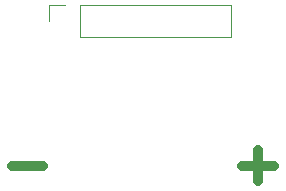
<source format=gbr>
G04 #@! TF.GenerationSoftware,KiCad,Pcbnew,5.1.9-73d0e3b20d~88~ubuntu20.04.1*
G04 #@! TF.CreationDate,2021-03-15T16:31:54+01:00*
G04 #@! TF.ProjectId,sbm-120-uv-mount,73626d2d-3132-4302-9d75-762d6d6f756e,rev?*
G04 #@! TF.SameCoordinates,Original*
G04 #@! TF.FileFunction,Legend,Bot*
G04 #@! TF.FilePolarity,Positive*
%FSLAX46Y46*%
G04 Gerber Fmt 4.6, Leading zero omitted, Abs format (unit mm)*
G04 Created by KiCad (PCBNEW 5.1.9-73d0e3b20d~88~ubuntu20.04.1) date 2021-03-15 16:31:54*
%MOMM*%
%LPD*%
G01*
G04 APERTURE LIST*
%ADD10C,0.875000*%
%ADD11C,0.120000*%
G04 APERTURE END LIST*
D10*
X158666666Y-100250000D02*
X161333333Y-100250000D01*
X160000000Y-101583333D02*
X160000000Y-98916666D01*
X139166666Y-100250000D02*
X141833333Y-100250000D01*
D11*
X142320000Y-86670000D02*
X142320000Y-88000000D01*
X143650000Y-86670000D02*
X142320000Y-86670000D01*
X144920000Y-86670000D02*
X144920000Y-89330000D01*
X144920000Y-89330000D02*
X157680000Y-89330000D01*
X144920000Y-86670000D02*
X157680000Y-86670000D01*
X157680000Y-86670000D02*
X157680000Y-89330000D01*
M02*

</source>
